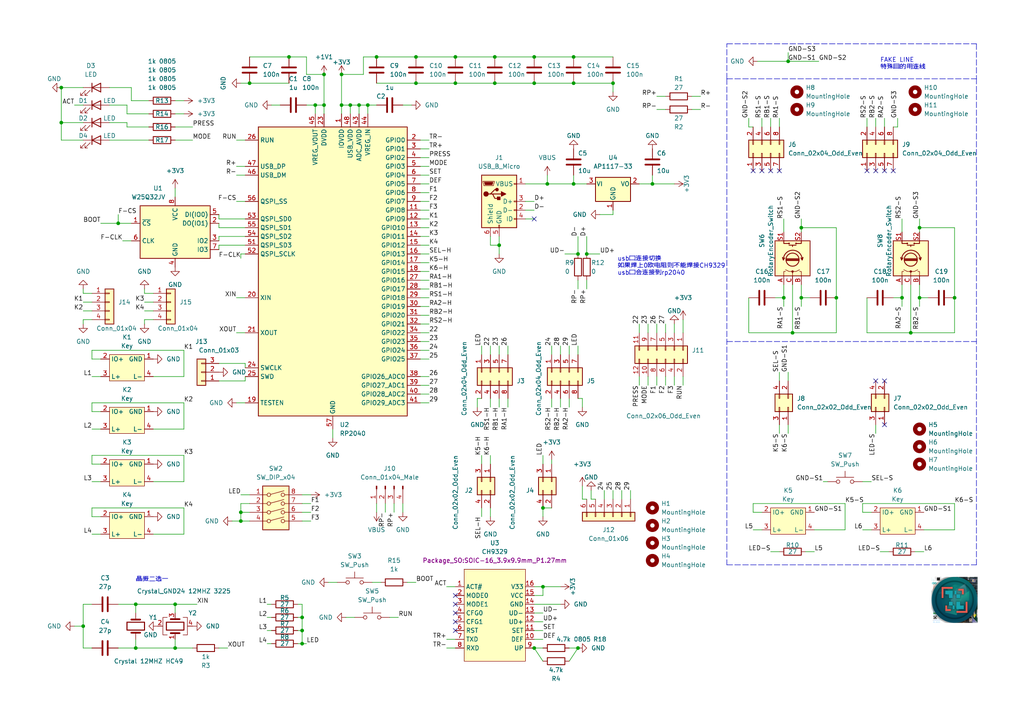
<source format=kicad_sch>
(kicad_sch (version 20211123) (generator eeschema)
  (paper "A4")
  (title_block (title "RKD-main") (date "2023-01-13") (rev "35") (company "PCX-LK") (comment 1 "https://github.com/PCX-LK/RKD"))
  (junction (at 266.7 66.04))
  (junction (at 167.64 187.96))
  (junction (at 261.62 86.36))
  (junction (at 154.94 16.51))
  (junction (at 99.06 30.48))
  (junction (at 166.37 16.51))
  (junction (at 242.57 86.36))
  (junction (at 109.22 16.51))
  (junction (at 276.86 86.36))
  (junction (at 166.37 24.13))
  (junction (at 157.48 170.18))
  (junction (at 228.6 17.78))
  (junction (at 83.82 16.51))
  (junction (at 91.44 30.48))
  (junction (at 120.65 16.51))
  (junction (at 229.87 96.52))
  (junction (at 24.13 181.61))
  (junction (at 189.23 53.34))
  (junction (at 93.98 30.48))
  (junction (at 170.18 73.66))
  (junction (at 177.8 24.13))
  (junction (at 39.37 175.26))
  (junction (at 93.98 21.59))
  (junction (at 69.85 151.13))
  (junction (at 104.14 30.48))
  (junction (at 17.78 25.4))
  (junction (at 143.51 16.51))
  (junction (at 69.85 148.59))
  (junction (at 143.51 24.13))
  (junction (at 167.64 73.66))
  (junction (at 166.37 53.34))
  (junction (at 132.08 16.51))
  (junction (at 158.75 53.34))
  (junction (at 87.63 186.69))
  (junction (at 72.39 24.13))
  (junction (at 87.63 179.07))
  (junction (at 99.06 21.59))
  (junction (at 264.16 96.52))
  (junction (at 227.33 86.36))
  (junction (at 87.63 182.88))
  (junction (at 154.94 187.96))
  (junction (at 106.68 30.48))
  (junction (at 232.41 66.04))
  (junction (at 132.08 24.13))
  (junction (at 34.29 64.77))
  (junction (at 17.78 35.56))
  (junction (at 157.48 147.32))
  (junction (at 232.41 86.36))
  (junction (at 50.8 175.26))
  (junction (at 101.6 30.48))
  (junction (at 154.94 24.13))
  (junction (at 120.65 24.13))
  (junction (at 144.78 71.12))
  (junction (at 50.8 187.96))
  (junction (at 39.37 187.96))
  (junction (at 266.7 86.36))
  (no_connect (at 223.52 49.53))
  (no_connect (at 256.54 49.53))
  (no_connect (at 259.08 49.53))
  (no_connect (at 254 49.53))
  (no_connect (at 218.44 49.53))
  (no_connect (at 132.08 180.34))
  (no_connect (at 132.08 172.72))
  (no_connect (at 132.08 175.26))
  (no_connect (at 132.08 177.8))
  (no_connect (at 154.94 63.5))
  (no_connect (at 254 110.49))
  (no_connect (at 256.54 123.19))
  (no_connect (at 220.98 49.53))
  (no_connect (at 226.06 49.53))
  (no_connect (at 132.08 182.88))
  (no_connect (at 251.46 49.53))
  (no_connect (at 256.54 110.49))
  (wire (pts (xy 172.72 144.78) (xy 171.45 144.78)))
  (wire (pts (xy 29.21 149.86) (xy 26.67 149.86)))
  (polyline (pts (xy 210.82 99.06) (xy 283.21 99.06)))
  (wire (pts (xy 139.7 132.08) (xy 139.7 134.62)))
  (wire (pts (xy 109.22 146.05) (xy 109.22 148.59)))
  (wire (pts (xy 77.47 186.69) (xy 78.74 186.69)))
  (polyline (pts (xy 283.21 12.7) (xy 283.21 22.86)))
  (wire (pts (xy 144.78 115.57) (xy 144.78 118.11)))
  (wire (pts (xy 276.86 86.36) (xy 276.86 96.52)))
  (wire (pts (xy 63.5 64.77) (xy 63.5 66.04)))
  (wire (pts (xy 260.35 36.83) (xy 260.35 34.29)))
  (wire (pts (xy 228.6 125.73) (xy 228.6 123.19)))
  (wire (pts (xy 121.92 60.96) (xy 124.46 60.96)))
  (wire (pts (xy 121.92 88.9) (xy 124.46 88.9)))
  (wire (pts (xy 143.51 16.51) (xy 154.94 16.51)))
  (wire (pts (xy 72.39 24.13) (xy 83.82 24.13)))
  (wire (pts (xy 87.63 143.51) (xy 90.17 143.51)))
  (wire (pts (xy 226.06 36.83) (xy 226.06 34.29)))
  (wire (pts (xy 109.22 16.51) (xy 120.65 16.51)))
  (wire (pts (xy 166.37 24.13) (xy 177.8 24.13)))
  (wire (pts (xy 26.67 85.09) (xy 24.13 85.09)))
  (wire (pts (xy 26.67 104.14) (xy 26.67 101.6)))
  (wire (pts (xy 264.16 82.55) (xy 264.16 96.52)))
  (wire (pts (xy 266.7 86.36) (xy 266.7 82.55)))
  (wire (pts (xy 88.9 21.59) (xy 93.98 21.59)))
  (wire (pts (xy 63.5 105.41) (xy 71.12 105.41)))
  (wire (pts (xy 50.8 187.96) (xy 55.88 187.96)))
  (wire (pts (xy 177.8 62.23) (xy 173.99 62.23)))
  (wire (pts (xy 144.78 68.58) (xy 144.78 71.12)))
  (wire (pts (xy 86.36 182.88) (xy 87.63 182.88)))
  (wire (pts (xy 223.52 36.83) (xy 223.52 34.29)))
  (wire (pts (xy 232.41 66.04) (xy 232.41 67.31)))
  (wire (pts (xy 36.83 33.02) (xy 43.18 33.02)))
  (wire (pts (xy 53.34 154.94) (xy 44.45 154.94)))
  (wire (pts (xy 223.52 160.02) (xy 226.06 160.02)))
  (wire (pts (xy 227.33 86.36) (xy 227.33 82.55)))
  (wire (pts (xy 63.5 71.12) (xy 71.12 71.12)))
  (wire (pts (xy 67.31 151.13) (xy 69.85 151.13)))
  (wire (pts (xy 87.63 182.88) (xy 87.63 179.07)))
  (wire (pts (xy 242.57 66.04) (xy 242.57 86.36)))
  (wire (pts (xy 36.83 30.48) (xy 36.83 33.02)))
  (wire (pts (xy 142.24 149.86) (xy 142.24 147.32)))
  (wire (pts (xy 121.92 71.12) (xy 124.46 71.12)))
  (wire (pts (xy 144.78 71.12) (xy 144.78 73.66)))
  (wire (pts (xy 166.37 16.51) (xy 177.8 16.51)))
  (wire (pts (xy 195.58 109.22) (xy 195.58 111.76)))
  (wire (pts (xy 154.94 177.8) (xy 157.48 177.8)))
  (wire (pts (xy 63.5 63.5) (xy 71.12 63.5)))
  (wire (pts (xy 68.58 86.36) (xy 71.12 86.36)))
  (wire (pts (xy 142.24 100.33) (xy 142.24 102.87)))
  (wire (pts (xy 233.68 160.02) (xy 236.22 160.02)))
  (wire (pts (xy 109.22 30.48) (xy 106.68 30.48)))
  (wire (pts (xy 99.06 21.59) (xy 105.41 21.59)))
  (wire (pts (xy 17.78 40.64) (xy 24.13 40.64)))
  (wire (pts (xy 252.73 148.59) (xy 250.19 148.59)))
  (wire (pts (xy 114.3 146.05) (xy 114.3 148.59)))
  (wire (pts (xy 53.34 101.6) (xy 53.34 109.22)))
  (wire (pts (xy 50.8 175.26) (xy 57.15 175.26)))
  (wire (pts (xy 250.19 148.59) (xy 250.19 146.05)))
  (wire (pts (xy 53.34 132.08) (xy 53.34 139.7)))
  (wire (pts (xy 189.23 50.8) (xy 189.23 53.34)))
  (wire (pts (xy 105.41 21.59) (xy 105.41 16.51)))
  (wire (pts (xy 29.21 139.7) (xy 26.67 139.7)))
  (wire (pts (xy 157.48 147.32) (xy 160.02 147.32)))
  (polyline (pts (xy 210.82 22.86) (xy 210.82 163.83)))
  (wire (pts (xy 162.56 100.33) (xy 162.56 102.87)))
  (wire (pts (xy 29.21 109.22) (xy 26.67 109.22)))
  (wire (pts (xy 120.65 16.51) (xy 132.08 16.51)))
  (wire (pts (xy 147.32 100.33) (xy 147.32 102.87)))
  (wire (pts (xy 39.37 187.96) (xy 39.37 185.42)))
  (wire (pts (xy 162.56 170.18) (xy 157.48 170.18)))
  (polyline (pts (xy 210.82 12.7) (xy 283.21 12.7)))
  (wire (pts (xy 71.12 68.58) (xy 63.5 68.58)))
  (wire (pts (xy 29.21 134.62) (xy 26.67 134.62)))
  (wire (pts (xy 158.75 50.8) (xy 158.75 53.34)))
  (wire (pts (xy 71.12 73.66) (xy 69.85 73.66)))
  (wire (pts (xy 147.32 115.57) (xy 147.32 118.11)))
  (wire (pts (xy 17.78 35.56) (xy 17.78 40.64)))
  (wire (pts (xy 266.7 66.04) (xy 276.86 66.04)))
  (wire (pts (xy 180.34 142.24) (xy 180.34 144.78)))
  (wire (pts (xy 63.5 187.96) (xy 66.04 187.96)))
  (wire (pts (xy 68.58 40.64) (xy 71.12 40.64)))
  (wire (pts (xy 86.36 175.26) (xy 87.63 175.26)))
  (wire (pts (xy 177.8 62.23) (xy 177.8 60.96)))
  (wire (pts (xy 182.88 142.24) (xy 182.88 144.78)))
  (wire (pts (xy 252.73 153.67) (xy 250.19 153.67)))
  (wire (pts (xy 198.12 92.71) (xy 198.12 96.52)))
  (wire (pts (xy 26.67 92.71) (xy 24.13 92.71)))
  (wire (pts (xy 121.92 58.42) (xy 124.46 58.42)))
  (wire (pts (xy 162.56 115.57) (xy 162.56 118.11)))
  (wire (pts (xy 217.17 36.83) (xy 217.17 34.29)))
  (wire (pts (xy 50.8 54.61) (xy 50.8 57.15)))
  (wire (pts (xy 121.92 48.26) (xy 124.46 48.26)))
  (wire (pts (xy 259.08 36.83) (xy 260.35 36.83)))
  (wire (pts (xy 250.19 146.05) (xy 276.86 146.05)))
  (wire (pts (xy 41.91 90.17) (xy 44.45 90.17)))
  (wire (pts (xy 227.33 88.9) (xy 227.33 86.36)))
  (wire (pts (xy 152.4 60.96) (xy 154.94 60.96)))
  (wire (pts (xy 238.76 139.7) (xy 240.03 139.7)))
  (wire (pts (xy 229.87 96.52) (xy 229.87 82.55)))
  (polyline (pts (xy 210.82 163.83) (xy 283.21 163.83)))
  (wire (pts (xy 170.18 81.28) (xy 170.18 83.82)))
  (wire (pts (xy 106.68 30.48) (xy 106.68 33.02)))
  (wire (pts (xy 152.4 63.5) (xy 154.94 63.5)))
  (wire (pts (xy 229.87 96.52) (xy 217.17 96.52)))
  (wire (pts (xy 41.91 92.71) (xy 41.91 93.98)))
  (wire (pts (xy 50.8 33.02) (xy 53.34 33.02)))
  (wire (pts (xy 83.82 16.51) (xy 88.9 16.51)))
  (wire (pts (xy 24.13 85.09) (xy 24.13 83.82)))
  (wire (pts (xy 111.76 146.05) (xy 111.76 148.59)))
  (wire (pts (xy 87.63 148.59) (xy 90.17 148.59)))
  (wire (pts (xy 63.5 66.04) (xy 71.12 66.04)))
  (wire (pts (xy 142.24 132.08) (xy 142.24 134.62)))
  (wire (pts (xy 44.45 92.71) (xy 41.91 92.71)))
  (wire (pts (xy 99.06 21.59) (xy 99.06 30.48)))
  (wire (pts (xy 69.85 146.05) (xy 69.85 148.59)))
  (wire (pts (xy 245.11 146.05) (xy 245.11 153.67)))
  (wire (pts (xy 88.9 16.51) (xy 88.9 21.59)))
  (wire (pts (xy 87.63 175.26) (xy 87.63 179.07)))
  (wire (pts (xy 171.45 144.78) (xy 171.45 142.24)))
  (wire (pts (xy 26.67 119.38) (xy 26.67 116.84)))
  (wire (pts (xy 36.83 35.56) (xy 36.83 36.83)))
  (wire (pts (xy 104.14 30.48) (xy 106.68 30.48)))
  (wire (pts (xy 245.11 153.67) (xy 236.22 153.67)))
  (wire (pts (xy 69.85 151.13) (xy 72.39 151.13)))
  (wire (pts (xy 259.08 86.36) (xy 261.62 86.36)))
  (wire (pts (xy 24.13 30.48) (xy 21.59 30.48)))
  (wire (pts (xy 116.84 146.05) (xy 116.84 148.59)))
  (wire (pts (xy 121.92 116.84) (xy 124.46 116.84)))
  (wire (pts (xy 107.95 168.91) (xy 110.49 168.91)))
  (wire (pts (xy 121.92 55.88) (xy 124.46 55.88)))
  (wire (pts (xy 39.37 187.96) (xy 50.8 187.96)))
  (wire (pts (xy 87.63 186.69) (xy 88.9 186.69)))
  (wire (pts (xy 53.34 29.21) (xy 50.8 29.21)))
  (wire (pts (xy 121.92 45.72) (xy 124.46 45.72)))
  (wire (pts (xy 121.92 111.76) (xy 124.46 111.76)))
  (wire (pts (xy 63.5 63.5) (xy 63.5 62.23)))
  (wire (pts (xy 158.75 53.34) (xy 166.37 53.34)))
  (wire (pts (xy 154.94 175.26) (xy 162.56 175.26)))
  (wire (pts (xy 121.92 81.28) (xy 124.46 81.28)))
  (wire (pts (xy 168.91 140.97) (xy 168.91 144.78)))
  (wire (pts (xy 78.74 30.48) (xy 81.28 30.48)))
  (wire (pts (xy 69.85 73.66) (xy 69.85 74.93)))
  (wire (pts (xy 41.91 87.63) (xy 44.45 87.63)))
  (wire (pts (xy 17.78 35.56) (xy 24.13 35.56)))
  (wire (pts (xy 170.18 73.66) (xy 173.99 73.66)))
  (wire (pts (xy 53.34 139.7) (xy 44.45 139.7)))
  (wire (pts (xy 69.85 24.13) (xy 72.39 24.13)))
  (wire (pts (xy 93.98 21.59) (xy 93.98 30.48)))
  (wire (pts (xy 198.12 109.22) (xy 198.12 111.76)))
  (wire (pts (xy 26.67 101.6) (xy 53.34 101.6)))
  (wire (pts (xy 86.36 179.07) (xy 87.63 179.07)))
  (wire (pts (xy 129.54 170.18) (xy 132.08 170.18)))
  (wire (pts (xy 261.62 88.9) (xy 261.62 86.36)))
  (wire (pts (xy 232.41 66.04) (xy 242.57 66.04)))
  (wire (pts (xy 154.94 170.18) (xy 157.48 170.18)))
  (wire (pts (xy 190.5 109.22) (xy 190.5 111.76)))
  (polyline (pts (xy 283.21 163.83) (xy 283.21 22.86)))
  (wire (pts (xy 121.92 91.44) (xy 124.46 91.44)))
  (wire (pts (xy 254 125.73) (xy 254 123.19)))
  (wire (pts (xy 157.48 149.86) (xy 157.48 147.32)))
  (wire (pts (xy 50.8 40.64) (xy 55.88 40.64)))
  (wire (pts (xy 232.41 86.36) (xy 234.95 86.36)))
  (wire (pts (xy 29.21 64.77) (xy 34.29 64.77)))
  (wire (pts (xy 29.21 154.94) (xy 26.67 154.94)))
  (wire (pts (xy 129.54 185.42) (xy 132.08 185.42)))
  (wire (pts (xy 50.8 175.26) (xy 50.8 177.8)))
  (wire (pts (xy 71.12 109.22) (xy 71.12 110.49)))
  (wire (pts (xy 105.41 16.51) (xy 109.22 16.51)))
  (wire (pts (xy 276.86 96.52) (xy 264.16 96.52)))
  (wire (pts (xy 218.44 148.59) (xy 218.44 146.05)))
  (wire (pts (xy 200.66 27.94) (xy 203.2 27.94)))
  (wire (pts (xy 71.12 105.41) (xy 71.12 106.68)))
  (wire (pts (xy 96.52 124.46) (xy 96.52 127)))
  (wire (pts (xy 24.13 90.17) (xy 26.67 90.17)))
  (wire (pts (xy 132.08 24.13) (xy 143.51 24.13)))
  (wire (pts (xy 143.51 24.13) (xy 154.94 24.13)))
  (wire (pts (xy 251.46 86.36) (xy 251.46 96.52)))
  (wire (pts (xy 104.14 30.48) (xy 104.14 33.02)))
  (wire (pts (xy 157.48 182.88) (xy 154.94 182.88)))
  (wire (pts (xy 185.42 93.98) (xy 185.42 96.52)))
  (wire (pts (xy 189.23 53.34) (xy 185.42 53.34)))
  (wire (pts (xy 129.54 187.96) (xy 132.08 187.96)))
  (wire (pts (xy 160.02 115.57) (xy 160.02 118.11)))
  (wire (pts (xy 101.6 30.48) (xy 104.14 30.48)))
  (wire (pts (xy 224.79 86.36) (xy 227.33 86.36)))
  (wire (pts (xy 53.34 124.46) (xy 44.45 124.46)))
  (wire (pts (xy 165.1 115.57) (xy 165.1 118.11)))
  (wire (pts (xy 109.22 24.13) (xy 120.65 24.13)))
  (wire (pts (xy 220.98 153.67) (xy 218.44 153.67)))
  (wire (pts (xy 31.75 30.48) (xy 36.83 30.48)))
  (wire (pts (xy 121.92 63.5) (xy 124.46 63.5)))
  (wire (pts (xy 154.94 187.96) (xy 157.48 191.77)))
  (wire (pts (xy 121.92 78.74) (xy 124.46 78.74)))
  (wire (pts (xy 121.92 99.06) (xy 124.46 99.06)))
  (wire (pts (xy 232.41 86.36) (xy 232.41 82.55)))
  (wire (pts (xy 39.37 175.26) (xy 50.8 175.26)))
  (wire (pts (xy 157.48 132.08) (xy 157.48 134.62)))
  (wire (pts (xy 193.04 109.22) (xy 193.04 111.76)))
  (wire (pts (xy 63.5 72.39) (xy 63.5 71.12)))
  (wire (pts (xy 251.46 36.83) (xy 251.46 34.29)))
  (wire (pts (xy 88.9 30.48) (xy 91.44 30.48)))
  (wire (pts (xy 165.1 191.77) (xy 167.64 187.96)))
  (wire (pts (xy 17.78 25.4) (xy 17.78 35.56)))
  (wire (pts (xy 87.63 146.05) (xy 90.17 146.05)))
  (wire (pts (xy 38.1 29.21) (xy 38.1 25.4)))
  (wire (pts (xy 177.8 142.24) (xy 177.8 144.78)))
  (wire (pts (xy 218.44 36.83) (xy 217.17 36.83)))
  (wire (pts (xy 99.06 30.48) (xy 101.6 30.48)))
  (wire (pts (xy 200.66 31.75) (xy 203.2 31.75)))
  (wire (pts (xy 160.02 133.35) (xy 160.02 134.62)))
  (wire (pts (xy 121.92 83.82) (xy 124.46 83.82)))
  (wire (pts (xy 68.58 50.8) (xy 71.12 50.8)))
  (wire (pts (xy 250.19 139.7) (xy 252.73 139.7)))
  (wire (pts (xy 276.86 146.05) (xy 276.86 153.67)))
  (wire (pts (xy 154.94 187.96) (xy 157.48 187.96)))
  (wire (pts (xy 154.94 16.51) (xy 166.37 16.51)))
  (wire (pts (xy 177.8 24.13) (xy 177.8 26.67)))
  (wire (pts (xy 266.7 63.5) (xy 266.7 66.04)))
  (wire (pts (xy 69.85 148.59) (xy 72.39 148.59)))
  (wire (pts (xy 217.17 96.52) (xy 217.17 86.36)))
  (wire (pts (xy 154.94 185.42) (xy 157.48 185.42)))
  (wire (pts (xy 139.7 100.33) (xy 139.7 102.87)))
  (wire (pts (xy 228.6 15.24) (xy 228.6 17.78)))
  (wire (pts (xy 24.13 175.26) (xy 24.13 181.61)))
  (wire (pts (xy 26.67 149.86) (xy 26.67 147.32)))
  (wire (pts (xy 265.43 160.02) (xy 267.97 160.02)))
  (wire (pts (xy 163.83 73.66) (xy 167.64 73.66)))
  (wire (pts (xy 121.92 68.58) (xy 124.46 68.58)))
  (wire (pts (xy 228.6 17.78) (xy 237.49 17.78)))
  (wire (pts (xy 187.96 93.98) (xy 187.96 96.52)))
  (wire (pts (xy 220.98 148.59) (xy 218.44 148.59)))
  (wire (pts (xy 228.6 107.95) (xy 228.6 110.49)))
  (wire (pts (xy 154.94 172.72) (xy 157.48 172.72)))
  (wire (pts (xy 26.67 175.26) (xy 24.13 175.26)))
  (wire (pts (xy 69.85 148.59) (xy 69.85 151.13)))
  (wire (pts (xy 121.92 101.6) (xy 124.46 101.6)))
  (wire (pts (xy 165.1 100.33) (xy 165.1 102.87)))
  (wire (pts (xy 113.03 179.07) (xy 115.57 179.07)))
  (wire (pts (xy 121.92 73.66) (xy 124.46 73.66)))
  (wire (pts (xy 31.75 35.56) (xy 36.83 35.56)))
  (wire (pts (xy 254 36.83) (xy 254 34.29)))
  (wire (pts (xy 17.78 25.4) (xy 24.13 25.4)))
  (wire (pts (xy 39.37 175.26) (xy 39.37 177.8)))
  (polyline (pts (xy 210.82 22.86) (xy 283.21 22.86)))
  (wire (pts (xy 168.91 115.57) (xy 168.91 118.11)))
  (wire (pts (xy 132.08 16.51) (xy 143.51 16.51)))
  (wire (pts (xy 72.39 16.51) (xy 83.82 16.51)))
  (wire (pts (xy 170.18 68.58) (xy 170.18 73.66)))
  (wire (pts (xy 77.47 179.07) (xy 78.74 179.07)))
  (wire (pts (xy 34.29 64.77) (xy 38.1 64.77)))
  (wire (pts (xy 68.58 96.52) (xy 71.12 96.52)))
  (wire (pts (xy 167.64 68.58) (xy 167.64 73.66)))
  (wire (pts (xy 218.44 146.05) (xy 245.11 146.05)))
  (wire (pts (xy 220.98 36.83) (xy 220.98 34.29)))
  (wire (pts (xy 91.44 30.48) (xy 91.44 33.02)))
  (wire (pts (xy 99.06 33.02) (xy 99.06 30.48)))
  (wire (pts (xy 142.24 115.57) (xy 142.24 118.11)))
  (wire (pts (xy 36.83 36.83) (xy 43.18 36.83)))
  (wire (pts (xy 41.91 83.82) (xy 41.91 85.09)))
  (wire (pts (xy 87.63 186.69) (xy 87.63 182.88)))
  (wire (pts (xy 255.27 160.02) (xy 257.81 160.02)))
  (wire (pts (xy 219.71 17.78) (xy 228.6 17.78)))
  (wire (pts (xy 167.64 81.28) (xy 167.64 83.82)))
  (wire (pts (xy 26.67 147.32) (xy 53.34 147.32)))
  (wire (pts (xy 95.25 168.91) (xy 97.79 168.91)))
  (wire (pts (xy 53.34 116.84) (xy 53.34 124.46)))
  (wire (pts (xy 121.92 43.18) (xy 124.46 43.18)))
  (wire (pts (xy 69.85 146.05) (xy 72.39 146.05)))
  (wire (pts (xy 21.59 181.61) (xy 24.13 181.61)))
  (wire (pts (xy 167.64 115.57) (xy 168.91 115.57)))
  (wire (pts (xy 77.47 175.26) (xy 78.74 175.26)))
  (wire (pts (xy 261.62 86.36) (xy 261.62 82.55)))
  (wire (pts (xy 63.5 110.49) (xy 71.12 110.49)))
  (wire (pts (xy 227.33 67.31) (xy 227.33 63.5)))
  (wire (pts (xy 139.7 115.57) (xy 138.43 115.57)))
  (wire (pts (xy 86.36 186.69) (xy 87.63 186.69)))
  (wire (pts (xy 121.92 93.98) (xy 124.46 93.98)))
  (wire (pts (xy 121.92 76.2) (xy 124.46 76.2)))
  (wire (pts (xy 34.29 62.23) (xy 34.29 64.77)))
  (wire (pts (xy 142.24 71.12) (xy 144.78 71.12)))
  (wire (pts (xy 261.62 67.31) (xy 261.62 63.5)))
  (wire (pts (xy 120.65 24.13) (xy 132.08 24.13)))
  (wire (pts (xy 34.29 187.96) (xy 39.37 187.96)))
  (wire (pts (xy 242.57 96.52) (xy 229.87 96.52)))
  (wire (pts (xy 35.56 69.85) (xy 38.1 69.85)))
  (wire (pts (xy 121.92 40.64) (xy 124.46 40.64)))
  (wire (pts (xy 77.47 182.88) (xy 78.74 182.88)))
  (wire (pts (xy 53.34 147.32) (xy 53.34 154.94)))
  (wire (pts (xy 266.7 88.9) (xy 266.7 86.36)))
  (wire (pts (xy 139.7 149.86) (xy 139.7 147.32)))
  (wire (pts (xy 142.24 68.58) (xy 142.24 71.12)))
  (wire (pts (xy 187.96 109.22) (xy 187.96 111.76)))
  (wire (pts (xy 154.94 24.13) (xy 166.37 24.13)))
  (wire (pts (xy 154.94 180.34) (xy 157.48 180.34)))
  (wire (pts (xy 226.06 107.95) (xy 226.06 110.49)))
  (wire (pts (xy 242.57 86.36) (xy 242.57 96.52)))
  (wire (pts (xy 266.7 86.36) (xy 269.24 86.36)))
  (wire (pts (xy 226.06 125.73) (xy 226.06 123.19)))
  (wire (pts (xy 121.92 50.8) (xy 124.46 50.8)))
  (wire (pts (xy 43.18 29.21) (xy 38.1 29.21)))
  (wire (pts (xy 29.21 119.38) (xy 26.67 119.38)))
  (wire (pts (xy 232.41 88.9) (xy 232.41 86.36)))
  (wire (pts (xy 69.85 143.51) (xy 72.39 143.51)))
  (wire (pts (xy 157.48 172.72) (xy 157.48 170.18)))
  (wire (pts (xy 185.42 109.22) (xy 185.42 111.76)))
  (wire (pts (xy 189.23 53.34) (xy 195.58 53.34)))
  (wire (pts (xy 29.21 104.14) (xy 26.67 104.14)))
  (wire (pts (xy 50.8 36.83) (xy 55.88 36.83)))
  (wire (pts (xy 190.5 31.75) (xy 193.04 31.75)))
  (wire (pts (xy 121.92 109.22) (xy 124.46 109.22)))
  (wire (pts (xy 24.13 87.63) (xy 26.67 87.63)))
  (wire (pts (xy 63.5 68.58) (xy 63.5 69.85)))
  (wire (pts (xy 168.91 144.78) (xy 170.18 144.78)))
  (wire (pts (xy 144.78 100.33) (xy 144.78 102.87)))
  (wire (pts (xy 118.11 168.91) (xy 120.65 168.91)))
  (wire (pts (xy 256.54 36.83) (xy 256.54 34.29)))
  (wire (pts (xy 24.13 181.61) (xy 24.13 187.96)))
  (wire (pts (xy 31.75 25.4) (xy 38.1 25.4)))
  (wire (pts (xy 24.13 92.71) (xy 24.13 93.98)))
  (wire (pts (xy 166.37 50.8) (xy 166.37 53.34)))
  (wire (pts (xy 193.04 93.98) (xy 193.04 96.52)))
  (polyline (pts (xy 210.82 22.86) (xy 210.82 12.7)))
  (wire (pts (xy 190.5 27.94) (xy 193.04 27.94)))
  (wire (pts (xy 190.5 93.98) (xy 190.5 96.52)))
  (wire (pts (xy 165.1 187.96) (xy 167.64 187.96)))
  (wire (pts (xy 121.92 114.3) (xy 124.46 114.3)))
  (wire (pts (xy 195.58 93.98) (xy 195.58 96.52)))
  (wire (pts (xy 166.37 53.34) (xy 170.18 53.34)))
  (wire (pts (xy 93.98 33.02) (xy 93.98 30.48)))
  (wire (pts (xy 160.02 100.33) (xy 160.02 102.87)))
  (wire (pts (xy 34.29 175.26) (xy 39.37 175.26)))
  (wire (pts (xy 276.86 153.67) (xy 267.97 153.67)))
  (wire (pts (xy 121.92 66.04) (xy 124.46 66.04)))
  (wire (pts (xy 116.84 30.48) (xy 119.38 30.48)))
  (wire (pts (xy 101.6 30.48) (xy 101.6 33.02)))
  (wire (pts (xy 68.58 48.26) (xy 71.12 48.26)))
  (wire (pts (xy 50.8 185.42) (xy 50.8 187.96)))
  (wire (pts (xy 138.43 115.57) (xy 138.43 118.11)))
  (wire (pts (xy 152.4 58.42) (xy 154.94 58.42)))
  (wire (pts (xy 68.58 116.84) (xy 71.12 116.84)))
  (wire (pts (xy 93.98 30.48) (xy 91.44 30.48)))
  (wire (pts (xy 232.41 63.5) (xy 232.41 66.04)))
  (wire (pts (xy 41.91 85.09) (xy 44.45 85.09)))
  (wire (pts (xy 121.92 96.52) (xy 124.46 96.52)))
  (wire (pts (xy 87.63 151.13) (xy 90.17 151.13)))
  (wire (pts (xy 26.67 132.08) (xy 53.34 132.08)))
  (wire (pts (xy 266.7 66.04) (xy 266.7 67.31)))
  (wire (pts (xy 26.67 134.62) (xy 26.67 132.08)))
  (wire (pts (xy 251.46 96.52) (xy 264.16 96.52)))
  (wire (pts (xy 31.75 40.64) (xy 43.18 40.64)))
  (wire (pts (xy 29.21 124.46) (xy 26.67 124.46)))
  (wire (pts (xy 167.64 100.33) (xy 167.64 102.87)))
  (wire (pts (xy 26.67 116.84) (xy 53.34 116.84)))
  (wire (pts (xy 121.92 104.14) (xy 124.46 104.14)))
  (wire (pts (xy 68.58 58.42) (xy 71.12 58.42)))
  (wire (pts (xy 152.4 53.34) (xy 158.75 53.34)))
  (wire (pts (xy 121.92 53.34) (xy 124.46 53.34)))
  (wire (pts (xy 24.13 187.96) (xy 26.67 187.96)))
  (wire (pts (xy 100.33 179.07) (xy 102.87 179.07)))
  (wire (pts (xy 121.92 86.36) (xy 124.46 86.36)))
  (wire (pts (xy 175.26 142.24) (xy 175.26 144.78)))
  (wire (pts (xy 276.86 66.04) (xy 276.86 86.36)))
  (wire (pts (xy 53.34 109.22) (xy 44.45 109.22)))
  (image (at 276.86 173.99) (scale 0.145832))
  (text "usb口连接切换\n如果焊上0欧电阻则不能焊接CH9329\nusb口会连接到rp2040" (at 179.07 80.01 0) (effects (font (size 1.27 1.27)) (justify left bottom)))
  (text "晶振二选一" (at 39.37 168.91 0) (effects (font (size 1.27 1.27)) (justify left bottom)))
  (text "FAKE LINE\n特殊目的用连线" (at 255.27 20.32 0) (effects (font (size 1.27 1.27)) (justify left bottom)))
  (label "RUN" (at 68.58 40.64 180))
  (label "22" (at 142.24 100.33 90))
  (label "L3" (at 77.47 182.88 180))
  (label "R-" (at 203.2 31.75 0))
  (label "24" (at 175.26 142.24 90))
  (label "BOOT" (at 29.21 64.77 180))
  (label "RB2-H" (at 162.56 118.11 270))
  (label "29" (at 165.1 100.33 90))
  (label "UD+" (at 173.99 73.66 0))
  (label "PRESS" (at 55.88 36.83 0))
  (label "RS2-H" (at 160.02 118.11 270))
  (label "K4" (at 41.91 90.17 180))
  (label "F1" (at 124.46 55.88 0))
  (label "RP+" (at 190.5 27.94 180))
  (label "22" (at 185.42 93.98 90))
  (label "25" (at 124.46 104.14 0))
  (label "K6-S" (at 228.6 125.73 270))
  (label "L6" (at 267.97 160.02 0))
  (label "R-" (at 68.58 50.8 180))
  (label "RA2-H" (at 124.46 88.9 0))
  (label "L5" (at 218.44 153.67 180))
  (label "GND-S1" (at 238.76 139.7 180))
  (label "GND-S1" (at 228.6 107.95 90))
  (label "K6-H" (at 142.24 132.08 90))
  (label "RA1-H" (at 124.46 81.28 0))
  (label "F1" (at 90.17 146.05 0))
  (label "K2" (at 124.46 66.04 0))
  (label "GND-S1" (at 267.97 148.59 0))
  (label "RA2-S" (at 256.54 34.29 90))
  (label "27" (at 193.04 93.98 90))
  (label "L2" (at 77.47 179.07 180))
  (label "PRESS" (at 124.46 45.72 0))
  (label "RP-" (at 111.76 148.59 270))
  (label "RS2-S" (at 251.46 34.29 90))
  (label "RB1-S" (at 223.52 34.29 90))
  (label "28" (at 162.56 100.33 90))
  (label "RP+" (at 170.18 83.82 270))
  (label "UD-" (at 163.83 73.66 180))
  (label "LED-S" (at 254 125.73 270))
  (label "LED" (at 88.9 186.69 0))
  (label "RP+" (at 114.3 148.59 270))
  (label "24" (at 160.02 100.33 90))
  (label "TR+" (at 124.46 43.18 0))
  (label "22" (at 124.46 96.52 0))
  (label "RB2-S" (at 254 34.29 90))
  (label "SEL-S" (at 252.73 139.7 0))
  (label "RB2-S" (at 266.7 88.9 270))
  (label "RB1-H" (at 124.46 83.82 0))
  (label "F-CS" (at 68.58 58.42 180))
  (label "RS1-S" (at 220.98 34.29 90))
  (label "RA1-H" (at 147.32 118.11 270))
  (label "BOOT" (at 120.65 168.91 0))
  (label "28" (at 124.46 114.3 0))
  (label "L5" (at 236.22 160.02 0))
  (label "LED" (at 139.7 100.33 90))
  (label "RB1-S" (at 232.41 88.9 270))
  (label "K4" (at 53.34 147.32 0))
  (label "UD+" (at 157.48 180.34 0))
  (label "RS1-S" (at 227.33 63.5 90))
  (label "R+" (at 203.2 27.94 0))
  (label "XOUT" (at 68.58 96.52 180))
  (label "K3" (at 53.34 132.08 0))
  (label "26" (at 124.46 109.22 0))
  (label "F3" (at 124.46 60.96 0))
  (label "L6" (at 250.19 153.67 180))
  (label "K5-H" (at 139.7 132.08 90))
  (label "RB1-H" (at 144.78 118.11 270))
  (label "K3" (at 41.91 87.63 180))
  (label "24" (at 124.46 101.6 0))
  (label "PRESS" (at 185.42 111.76 270))
  (label "RS1-H" (at 142.24 118.11 270))
  (label "SEL-H" (at 139.7 149.86 270))
  (label "K5-S" (at 245.11 146.05 0))
  (label "L3" (at 26.67 139.7 180))
  (label "28" (at 180.34 142.24 90))
  (label "L4" (at 26.67 154.94 180))
  (label "27" (at 124.46 111.76 0))
  (label "F-CLK" (at 69.85 74.93 180))
  (label "29" (at 182.88 142.24 90))
  (label "23" (at 144.78 100.33 90))
  (label "XIN" (at 57.15 175.26 0))
  (label "K2" (at 53.34 116.84 0))
  (label "25" (at 177.8 142.24 90))
  (label "D+" (at 154.94 58.42 0))
  (label "GND-S1" (at 236.22 148.59 0))
  (label "DEF" (at 124.46 53.34 0))
  (label "K4" (at 124.46 71.12 0))
  (label "R+" (at 68.58 48.26 180))
  (label "F1" (at 190.5 111.76 270))
  (label "RS1-H" (at 124.46 86.36 0))
  (label "MODE" (at 187.96 111.76 270))
  (label "LED" (at 167.64 100.33 90))
  (label "SET" (at 157.48 182.88 0))
  (label "LED-S" (at 255.27 160.02 180))
  (label "UD-" (at 157.48 177.8 0))
  (label "K1" (at 124.46 63.5 0))
  (label "F-CLK" (at 35.56 69.85 180))
  (label "26" (at 147.32 100.33 90))
  (label "SEL-H" (at 124.46 73.66 0))
  (label "DEF" (at 157.48 185.42 0))
  (label "TR-" (at 129.54 187.96 180))
  (label "23" (at 187.96 93.98 90))
  (label "XOUT" (at 66.04 187.96 0))
  (label "F-CS" (at 34.29 62.23 0))
  (label "MODE" (at 124.46 48.26 0))
  (label "F2" (at 193.04 111.76 270))
  (label "K5-H" (at 124.46 76.2 0))
  (label "GND-S2" (at 217.17 34.29 90))
  (label "F3" (at 195.58 111.76 270))
  (label "SEL-S" (at 226.06 107.95 90))
  (label "F2" (at 124.46 58.42 0))
  (label "MODE" (at 55.88 40.64 0))
  (label "GND-S3" (at 260.35 34.29 90))
  (label "K3" (at 124.46 68.58 0))
  (label "K2" (at 24.13 90.17 180))
  (label "ACT" (at 129.54 170.18 180))
  (label "RS2-H" (at 124.46 93.98 0))
  (label "D-" (at 154.94 60.96 0))
  (label "TR-" (at 124.46 40.64 0))
  (label "RP-" (at 190.5 31.75 180))
  (label "GND-S3" (at 228.6 15.24 0))
  (label "29" (at 124.46 116.84 0))
  (label "SET" (at 124.46 50.8 0))
  (label "L1" (at 26.67 109.22 180))
  (label "F3" (at 90.17 151.13 0))
  (label "RP-" (at 167.64 83.82 270))
  (label "RA1-S" (at 226.06 34.29 90))
  (label "RA1-S" (at 227.33 88.9 270))
  (label "K1" (at 24.13 87.63 180))
  (label "L2" (at 26.67 124.46 180))
  (label "RA2-S" (at 261.62 88.9 270))
  (label "RB2-H" (at 124.46 91.44 0))
  (label "GND-S1" (at 228.6 17.78 0))
  (label "23" (at 124.46 99.06 0))
  (label "K6-H" (at 124.46 78.74 0))
  (label "D+" (at 170.18 68.58 90))
  (label "LED-S" (at 223.52 160.02 180))
  (label "GND-S2" (at 232.41 63.5 90))
  (label "L1" (at 77.47 175.26 180))
  (label "LED" (at 157.48 132.08 90))
  (label "D-" (at 167.64 68.58 90))
  (label "F2" (at 90.17 148.59 0))
  (label "K5-S" (at 226.06 125.73 270))
  (label "L4" (at 77.47 186.69 180))
  (label "RUN" (at 115.57 179.07 0))
  (label "XIN" (at 68.58 86.36 180))
  (label "RS2-S" (at 261.62 63.5 90))
  (label "26" (at 190.5 93.98 90))
  (label "LED" (at 69.85 143.51 180))
  (label "GND-S3" (at 266.7 63.5 90))
  (label "RA2-H" (at 165.1 118.11 270))
  (label "TR+" (at 129.54 185.42 180))
  (label "GND-S2" (at 237.49 17.78 0))
  (label "RUN" (at 198.12 111.76 270))
  (label "K6-S" (at 276.86 146.05 0))
  (label "K1" (at 53.34 101.6 0))
  (label "ACT" (at 21.59 30.48 180))
  (symbol (lib_id "Device:R") (at 196.85 31.75 270) (unit 1)
    (property "Reference" "R2" (at 196.85 36.83 90))
    (property "Value" "27" (at 196.85 34.29 90))
    (property "Footprint" "Resistor_SMD:R_0805_2012Metric" (effects hide))
  )
  (symbol (lib_id "power:+1V1") (at 93.98 21.59 0) (unit 1)
    (property "Reference" "#PWR0109" (effects hide))
    (property "Value" "+1V1" (at 93.98 16.51 0))
  )
  (symbol (lib_id "power:+3V3") (at 53.34 29.21 270) (unit 1)
    (property "Reference" "#PWR04" (effects hide))
    (property "Value" "+3V3" (at 57.15 29.2101 90) (effects (justify left)))
  )
  (symbol (lib_id "power:GND") (at 44.45 149.86 90) (mirror x) (unit 1)
    (property "Reference" "#PWR0128" (effects hide))
    (property "Value" "GND" (at 48.26 149.8599 90) (effects (justify right)))
  )
  (symbol (lib_id "power:GND") (at 167.64 187.96 90) (unit 1)
    (property "Reference" "#PWR0114" (effects hide))
    (property "Value" "GND" (at 171.45 187.9599 90) (effects (justify right)))
  )
  (symbol (lib_id "Device:R") (at 46.99 29.21 90) (unit 1)
    (property "Reference" "R13" (at 46.99 29.21 90))
    (property "Value" "1k 0805" (at 46.99 17.78 90))
    (property "Footprint" "Resistor_SMD:R_0805_2012Metric" (effects hide))
  )
  (symbol (lib_name "Key_3") (lib_id "Key:Key") (at 260.35 151.13 0) (unit 1)
    (property "Reference" "K6" (at 260.35 142.24 0))
    (property "Value" "Key" (at 260.35 144.78 0))
    (property "Footprint" "foot:Key" (effects hide))
  )
  (symbol (lib_id "Connector:USB_B_Micro") (at 144.78 58.42 0) (unit 1)
    (property "Reference" "J1" (at 144.78 45.72 0))
    (property "Value" "USB_B_Micro" (at 144.78 48.26 0))
    (property "Footprint" "foot:MICRO-USB-SMD_MICRO-4P-DIP-JB" (effects hide))
  )
  (symbol (lib_id "Device:C") (at 83.82 20.32 180) (unit 1)
    (property "Reference" "C8" (at 87.63 22.86 0) (effects (justify right)))
    (property "Value" "100n" (at 87.63 25.4 0) (effects (justify right)))
    (property "Footprint" "Capacitor_SMD:C_0805_2012Metric" (effects hide))
  )
  (symbol (lib_id "Switch:SW_Push") (at 107.95 179.07 0) (unit 1)
    (property "Reference" "SW5" (at 107.95 171.45 0))
    (property "Value" "SW_Push" (at 107.95 173.99 0))
    (property "Footprint" "Button_Switch_SMD:SW_Push_1P1T_NO_6x6mm_H9.5mm" (effects hide))
  )
  (symbol (lib_id "Mechanical:MountingHole") (at 266.7 129.54 0) (unit 1)
    (property "Reference" "H6" (at 269.24 128.2699 0) (effects (justify left)))
    (property "Value" "MountingHole" (at 269.24 130.8099 0) (effects (justify left)))
    (property "Footprint" "foot:HO" (effects hide))
  )
  (symbol (lib_id "Mechanical:MountingHole") (at 265.43 26.67 0) (unit 1)
    (property "Reference" "H10" (at 267.97 25.3999 0) (effects (justify left)))
    (property "Value" "MountingHole" (at 267.97 27.9399 0) (effects (justify left)))
    (property "Footprint" "foot:HO" (effects hide))
  )
  (symbol (lib_id "Mechanical:MountingHole") (at 266.7 124.46 0) (unit 1)
    (property "Reference" "H5" (at 269.24 123.1899 0) (effects (justify left)))
    (property "Value" "MountingHole" (at 269.24 125.7299 0) (effects (justify left)))
    (property "Footprint" "foot:HO" (effects hide))
  )
  (symbol (lib_id "Device:R") (at 114.3 168.91 90) (unit 1)
    (property "Reference" "R15" (at 114.3 162.56 90))
    (property "Value" "1k" (at 114.3 165.1 90))
    (property "Footprint" "Resistor_SMD:R_0805_2012Metric" (effects hide))
  )
  (symbol (lib_id "Mechanical:MountingHole") (at 189.23 147.32 0) (unit 1)
    (property "Reference" "H1" (at 191.77 146.0499 0) (effects (justify left)))
    (property "Value" "MountingHole" (at 191.77 148.5899 0) (effects (justify left)))
    (property "Footprint" "foot:HO" (effects hide))
  )
  (symbol (lib_id "power:GND") (at 95.25 168.91 270) (unit 1)
    (property "Reference" "#PWR0141" (effects hide))
    (property "Value" "GND" (at 91.44 168.9099 90) (effects (justify right)))
  )
  (symbol (lib_id "Connector_Generic:Conn_01x06") (at 177.8 149.86 270) (unit 1)
    (property "Reference" "J12" (at 176.53 153.67 90))
    (property "Value" "Conn_01x06" (at 176.53 156.21 90))
    (property "Footprint" "Connector_PinHeader_2.54mm:PinHeader_1x06_P2.54mm_Vertical" (effects hide))
  )
  (symbol (lib_id "power:+3V3") (at 99.06 21.59 0) (unit 1)
    (property "Reference" "#PWR0110" (effects hide))
    (property "Value" "+3V3" (at 99.06 18.034 0))
  )
  (symbol (lib_id "Mechanical:MountingHole") (at 231.14 31.75 0) (unit 1)
    (property "Reference" "H9" (at 233.68 30.4799 0) (effects (justify left)))
    (property "Value" "MountingHole" (at 233.68 33.0199 0) (effects (justify left)))
    (property "Footprint" "foot:HO" (effects hide))
  )
  (symbol (lib_id "Connector_Generic:Conn_02x04_Odd_Even") (at 254 44.45 90) (unit 1)
    (property "Reference" "J9" (at 261.62 41.9099 90) (effects (justify right)))
    (property "Value" "Conn_02x04_Odd_Even" (at 261.62 44.4499 90) (effects (justify right)))
    (property "Footprint" "Connector_PinSocket_2.54mm:PinSocket_2x04_P2.54mm_Horizontal" (effects hide))
  )
  (symbol (lib_id "Device:R") (at 261.62 160.02 90) (unit 1)
    (property "Reference" "R11" (at 261.62 158.115 90))
    (property "Value" "27" (at 261.62 160.02 90))
    (property "Footprint" "Resistor_SMD:R_0805_2012Metric" (effects hide))
  )
  (symbol (lib_name "Key_3") (lib_id "Key:Key") (at 36.83 152.4 0) (unit 1)
    (property "Reference" "K4" (at 36.83 143.51 0))
    (property "Value" "Key" (at 36.83 146.05 0))
    (property "Footprint" "foot:Key" (effects hide))
  )
  (symbol (lib_id "Device:C") (at 30.48 175.26 90) (unit 1)
    (property "Reference" "C3" (at 30.48 167.64 90))
    (property "Value" "27p" (at 30.48 170.18 90))
    (property "Footprint" "Capacitor_SMD:C_0805_2012Metric" (effects hide))
  )
  (symbol (lib_id "power:GND") (at 50.8 77.47 0) (unit 1)
    (property "Reference" "#PWR0107" (effects hide))
    (property "Value" "GND" (at 50.8 82.55 0))
  )
  (symbol (lib_id "Device:C") (at 109.22 20.32 0) (unit 1)
    (property "Reference" "C9" (at 113.03 19.0499 0) (effects (justify left)))
    (property "Value" "100n" (at 113.03 21.5899 0) (effects (justify left)))
    (property "Footprint" "Capacitor_SMD:C_0805_2012Metric" (effects hide))
  )
  (symbol (lib_id "power:GND") (at 166.37 43.18 0) (mirror x) (unit 1)
    (property "Reference" "#PWR0102" (effects hide))
    (property "Value" "GND" (at 166.37 39.37 0))
  )
  (symbol (lib_id "power:+3V3") (at 160.02 133.35 0) (mirror y) (unit 1)
    (property "Reference" "#PWR0129" (effects hide))
    (property "Value" "+3V3" (at 160.02 128.27 0))
  )
  (symbol (lib_id "Device:C") (at 255.27 86.36 270) (unit 1)
    (property "Reference" "C18" (at 255.27 78.74 90))
    (property "Value" "100n" (at 255.27 81.28 90))
    (property "Footprint" "Capacitor_SMD:C_0805_2012Metric" (effects hide))
  )
  (symbol (lib_id "power:+3V3") (at 53.34 33.02 270) (unit 1)
    (property "Reference" "#PWR0122" (effects hide))
    (property "Value" "+3V3" (at 57.15 33.0201 90) (effects (justify left)))
  )
  (symbol (lib_id "Device:LED") (at 27.94 30.48 0) (unit 1)
    (property "Reference" "D1" (at 24.13 29.21 0))
    (property "Value" "LED" (at 31.75 29.21 0))
    (property "Footprint" "foot:L1206" (effects hide))
  )
  (symbol (lib_name "Key_3") (lib_id "Key:Key") (at 36.83 137.16 0) (unit 1)
    (property "Reference" "K3" (at 36.83 128.27 0))
    (property "Value" "Key" (at 36.83 130.81 0))
    (property "Footprint" "foot:Key" (effects hide))
  )
  (symbol (lib_id "Memory_Flash:W25Q32JVSS") (at 50.8 67.31 0) (unit 1)
    (property "Reference" "U1" (at 44.45 54.61 0) (effects (justify left)))
    (property "Value" "W25Q32JV" (at 38.1 57.15 0) (effects (justify left)))
    (property "Footprint" "Package_SO:SOIC-8_5.23x5.23mm_P1.27mm" (effects hide))
    (property "Datasheet" "http://www.winbond.com/resource-files/w25q32jv%20revg%2003272018%20plus.pdf" (effects hide))
  )
  (symbol (lib_id "power:GND") (at 177.8 26.67 0) (unit 1)
    (property "Reference" "#PWR0121" (effects hide))
    (property "Value" "GND" (at 177.8 31.75 0))
  )
  (symbol (lib_id "power:GND") (at 138.43 118.11 0) (unit 1)
    (property "Reference" "#PWR0124" (effects hide))
    (property "Value" "GND" (at 138.43 123.19 0))
  )
  (symbol (lib_id "power:GND") (at 96.52 127 0) (unit 1)
    (property "Reference" "#PWR0119" (effects hide))
    (property "Value" "GND" (at 96.52 132.08 0))
  )
  (symbol (lib_id "power:GND") (at 41.91 93.98 0) (unit 1)
    (property "Reference" "#PWR08" (effects hide))
    (property "Value" "GND" (at 41.91 99.06 0))
  )
  (symbol (lib_id "Device:RotaryEncoder_Switch") (at 264.16 74.93 90) (unit 1)
    (property "Reference" "SW8" (at 255.27 69.85 0))
    (property "Value" "RotaryEncoder_Switch" (at 257.81 69.85 0))
    (property "Footprint" "Rotary_Encoder:RotaryEncoder_Alps_EC11E-Switch_Vertical_H20mm" (effects hide))
  )
  (symbol (lib_id "power:+3V3") (at 198.12 92.71 0) (unit 1)
    (property "Reference" "#PWR0125" (effects hide))
    (property "Value" "+3V3" (at 198.12 86.36 0))
  )
  (symbol (lib_id "Mechanical:MountingHole") (at 189.23 162.56 0) (unit 1)
    (property "Reference" "H4" (at 191.77 161.2899 0) (effects (justify left)))
    (property "Value" "MountingHole" (at 191.77 163.8299 0) (effects (justify left)))
    (property "Footprint" "foot:HO" (effects hide))
  )
  (symbol (lib_id "power:GND") (at 144.78 73.66 0) (unit 1)
    (property "Reference" "#PWR0104" (effects hide))
    (property "Value" "GND" (at 144.78 78.74 0))
  )
  (symbol (lib_id "Connector:Conn_01x04_Male") (at 111.76 140.97 90) (mirror x) (unit 1)
    (property "Reference" "J10" (at 113.03 135.89 90))
    (property "Value" "Conn_01x04_Male" (at 113.03 138.43 90))
    (property "Footprint" "foot:XH-7mm" (effects hide))
  )
  (symbol (lib_name "Key_3") (lib_id "Key:Key") (at 36.83 121.92 0) (unit 1)
    (property "Reference" "K2" (at 36.83 113.03 0))
    (property "Value" "Key" (at 36.83 115.57 0))
    (property "Footprint" "foot:Key" (effects hide))
  )
  (symbol (lib_id "power:GND") (at 195.58 93.98 180) (unit 1)
    (property "Reference" "#PWR0136" (effects hide))
    (property "Value" "GND" (at 195.58 90.17 0))
  )
  (symbol (lib_id "Device:C") (at 113.03 30.48 90) (unit 1)
    (property "Reference" "C2" (at 110.49 27.94 90))
    (property "Value" "1u" (at 113.03 25.4 90))
    (property "Footprint" "Capacitor_SMD:C_0805_2012Metric" (effects hide))
  )
  (symbol (lib_id "power:GND") (at 189.23 43.18 0) (mirror x) (unit 1)
    (property "Reference" "#PWR0105" (effects hide))
    (property "Value" "GND" (at 189.23 39.37 0))
  )
  (symbol (lib_id "MCU_RaspberryPi:RP2040") (at 96.52 78.74 0) (unit 1)
    (property "Reference" "U2" (at 98.5394 123.19 0) (effects (justify left)))
    (property "Value" "RP2040" (at 98.5394 125.73 0) (effects (justify left)))
    (property "Footprint" "foot:RP2040-QFN-56" (effects hide))
    (property "Datasheet" "https://datasheets.raspberrypi.com/rp2040/rp2040-datasheet.pdf" (effects hide))
  )
  (symbol (lib_id "Device:R") (at 161.29 187.96 90) (unit 1)
    (property "Reference" "R18" (at 173.99 185.42 90))
    (property "Value" "4.7k 0805" (at 166.37 185.42 90))
    (property "Footprint" "Resistor_SMD:R_0805_2012Metric" (effects hide))
  )
  (symbol (lib_id "power:GND") (at 157.48 149.86 0) (unit 1)
    (property "Reference" "#PWR0133" (effects hide))
    (property "Value" "GND" (at 157.48 154.94 0))
  )
  (symbol (lib_id "Switch:SW_Push") (at 102.87 168.91 0) (unit 1)
    (property "Reference" "SW3" (at 102.87 161.29 0))
    (property "Value" "SW_Push" (at 102.87 163.83 0))
    (property "Footprint" "Button_Switch_SMD:SW_Push_1P1T_NO_6x6mm_H9.5mm" (effects hide))
  )
  (symbol (lib_id "Device:C") (at 189.23 46.99 180) (unit 1)
    (property "Reference" "C6" (at 190.5 44.45 0) (effects (justify right)))
    (property "Value" "10u" (at 190.5 49.53 0) (effects (justify right)))
    (property "Footprint" "Capacitor_SMD:C_0805_2012Metric" (effects hide))
  )
  (symbol (lib_id "Connector_Generic:Conn_02x02_Odd_Even") (at 228.6 118.11 270) (mirror x) (unit 1)
    (property "Reference" "J8" (at 231.14 115.5699 90) (effects (justify left)))
    (property "Value" "Conn_02x02_Odd_Even" (at 231.14 118.1099 90) (effects (justify left)))
    (property "Footprint" "Connector_PinSocket_2.54mm:PinSocket_2x02_P2.54mm_Horizontal" (effects hide))
  )
  (symbol (lib_id "ch9329:CH9329") (at 143.51 177.8 0) (unit 1)
    (property "Reference" "U3" (at 143.51 157.48 0))
    (property "Value" "CH9329" (at 143.51 160.02 0))
    (property "Footprint" "Package_SO:SOIC-16_3.9x9.9mm_P1.27mm" (at 143.51 162.56 0))
  )
  (symbol (lib_id "Device:C") (at 166.37 46.99 180) (unit 1)
    (property "Reference" "C5" (at 167.64 44.45 0) (effects (justify right)))
    (property "Value" "10u" (at 167.64 49.53 0) (effects (justify right)))
    (property "Footprint" "Capacitor_SMD:C_0805_2012Metric" (effects hide))
  )
  (symbol (lib_id "power:+3V3") (at 50.8 54.61 0) (unit 1)
    (property "Reference" "#PWR01" (effects hide))
    (property "Value" "+3V3" (at 50.8 49.53 0))
  )
  (symbol (lib_id "Device:C") (at 143.51 20.32 0) (unit 1)
    (property "Reference" "C12" (at 147.32 19.0499 0) (effects (justify left)))
    (property "Value" "100n" (at 147.32 21.5899 0) (effects (justify left)))
    (property "Footprint" "Capacitor_SMD:C_0805_2012Metric" (effects hide))
  )
  (symbol (lib_id "Device:C") (at 166.37 20.32 0) (unit 1)
    (property "Reference" "C14" (at 170.18 19.0499 0) (effects (justify left)))
    (property "Value" "100n" (at 170.18 21.5899 0) (effects (justify left)))
    (property "Footprint" "Capacitor_SMD:C_0805_2012Metric" (effects hide))
  )
  (symbol (lib_id "Mechanical:MountingHole") (at 231.14 26.67 0) (unit 1)
    (property "Reference" "H8" (at 233.68 25.3999 0) (effects (justify left)))
    (property "Value" "MountingHole" (at 233.68 27.9399 0) (effects (justify left)))
    (property "Footprint" "foot:HO" (effects hide))
  )
  (symbol (lib_id "Device:C") (at 177.8 20.32 0) (unit 1)
    (property "Reference" "C15" (at 181.61 19.0499 0) (effects (justify left)))
    (property "Value" "100n" (at 181.61 21.5899 0) (effects (justify left)))
    (property "Footprint" "Capacitor_SMD:C_0805_2012Metric" (effects hide))
  )
  (symbol (lib_id "Switch:SW_DIP_x04") (at 80.01 148.59 0) (unit 1)
    (property "Reference" "SW2" (at 80.01 135.89 0))
    (property "Value" "SW_DIP_x04" (at 80.01 138.43 0))
    (property "Footprint" "Button_Switch_THT:SW_DIP_SPSTx04_Slide_9.78x12.34mm_W7.62mm_P2.54mm" (effects hide))
  )
  (symbol (lib_id "power:GND") (at 21.59 181.61 270) (unit 1)
    (property "Reference" "#PWR0120" (effects hide))
    (property "Value" "GND" (at 17.78 181.6099 90) (effects (justify right)))
  )
  (symbol (lib_id "power:GND") (at 173.99 62.23 270) (unit 1)
    (property "Reference" "#PWR0101" (effects hide))
    (property "Value" "GND" (at 170.18 62.2299 90) (effects (justify right)))
  )
  (symbol (lib_id "Connector_Generic:Conn_01x04") (at 31.75 87.63 0) (unit 1)
    (property "Reference" "J14" (at 34.29 87.6299 0) (effects (justify left)))
    (property "Value" "Conn_01x04" (at 27.94 95.25 0) (effects (justify left)))
    (property "Footprint" "Connector_PinHeader_2.54mm:PinHeader_1x04_P2.54mm_Vertical" (effects hide))
  )
  (symbol (lib_id "Device:LED") (at 27.94 35.56 0) (unit 1)
    (property "Reference" "D2" (at 24.13 34.29 0))
    (property "Value" "LED" (at 31.75 34.29 0))
    (property "Footprint" "foot:L1206" (effects hide))
  )
  (symbol (lib_id "power:GND") (at 78.74 30.48 270) (unit 1)
    (property "Reference" "#PWR0112" (effects hide))
    (property "Value" "GND" (at 74.93 30.4799 90) (effects (justify right)))
  )
  (symbol (lib_id "power:GND") (at 162.56 175.26 90) (unit 1)
    (property "Reference" "#PWR0115" (effects hide))
    (property "Value" "GND" (at 166.37 175.2599 90) (effects (justify right)))
  )
  (symbol (lib_id "power:GND") (at 171.45 142.24 180) (unit 1)
    (property "Reference" "#PWR0137" (effects hide))
    (property "Value" "GND" (at 171.45 138.43 0))
  )
  (symbol (lib_id "Device:C") (at 132.08 20.32 0) (unit 1)
    (property "Reference" "C11" (at 135.89 19.0499 0) (effects (justify left)))
    (property "Value" "100n" (at 135.89 21.5899 0) (effects (justify left)))
    (property "Footprint" "Capacitor_SMD:C_0805_2012Metric" (effects hide))
  )
  (symbol (lib_id "power:GND") (at 44.45 134.62 90) (mirror x) (unit 1)
    (property "Reference" "#PWR0127" (effects hide))
    (property "Value" "GND" (at 48.26 134.6199 90) (effects (justify right)))
  )
  (symbol (lib_name "Key_3") (lib_id "Key:Key") (at 228.6 151.13 0) (unit 1)
    (property "Reference" "K5" (at 228.6 142.24 0))
    (property "Value" "Key" (at 228.6 144.78 0))
    (property "Footprint" "foot:Key" (effects hide))
  )
  (symbol (lib_id "Device:C") (at 220.98 86.36 270) (unit 1)
    (property "Reference" "C16" (at 220.98 78.74 90))
    (property "Value" "100n" (at 220.98 81.28 90))
    (property "Footprint" "Capacitor_SMD:C_0805_2012Metric" (effects hide))
  )
  (symbol (lib_id "Connector_Generic:Conn_01x03") (at 58.42 107.95 180) (unit 1)
    (property "Reference" "J13" (at 58.42 99.06 0))
    (property "Value" "Conn_01x03" (at 63.5 101.6 0))
    (property "Footprint" "Connector_PinHeader_2.54mm:PinHeader_1x03_P2.54mm_Vertical" (effects hide))
  )
  (symbol (lib_id "Mechanical:MountingHole") (at 189.23 152.4 0) (unit 1)
    (property "Reference" "H2" (at 191.77 151.1299 0) (effects (justify left)))
    (property "Value" "MountingHole" (at 191.77 153.6699 0) (effects (justify left)))
    (property "Footprint" "foot:HO" (effects hide))
  )
  (symbol (lib_id "power:GND") (at 68.58 116.84 270) (unit 1)
    (property "Reference" "#PWR0111" (effects hide))
    (property "Value" "GND" (at 64.77 116.8399 90) (effects (justify right)))
  )
  (symbol (lib_id "Device:R") (at 82.55 182.88 90) (unit 1)
    (property "Reference" "R7" (at 82.55 180.975 90))
    (property "Value" "27" (at 82.55 182.88 90))
    (property "Footprint" "Resistor_SMD:R_0805_2012Metric" (effects hide))
  )
  (symbol (lib_id "power:VBUS") (at 158.75 50.8 0) (unit 1)
    (property "Reference" "#PWR0103" (effects hide))
    (property "Value" "VBUS" (at 158.75 45.72 0))
  )
  (symbol (lib_id "Switch:SW_Push") (at 245.11 139.7 0) (unit 1)
    (property "Reference" "SW7" (at 245.11 132.08 0))
    (property "Value" "SW_Push" (at 245.11 134.62 0))
    (property "Footprint" "Button_Switch_THT:SW_PUSH-12mm_Wuerth-430476085716" (effects hide))
  )
  (symbol (lib_id "Device:LED") (at 27.94 40.64 0) (unit 1)
    (property "Reference" "D4" (at 24.13 39.37 0))
    (property "Value" "LED" (at 31.75 39.37 0))
    (property "Footprint" "foot:L1206" (effects hide))
  )
  (symbol (lib_id "Device:C") (at 238.76 86.36 270) (unit 1)
    (property "Reference" "C17" (at 238.76 78.74 90))
    (property "Value" "100n" (at 238.76 81.28 90))
    (property "Footprint" "Capacitor_SMD:C_0805_2012Metric" (effects hide))
  )
  (symbol (lib_name "GND_1") (lib_id "power:GND") (at 219.71 17.78 270) (unit 1)
    (property "Reference" "#PWR0142" (effects hide))
    (property "Value" "GND" (at 215.9 17.7799 90) (effects (justify right)))
  )
  (symbol (lib_id "Device:R") (at 82.55 186.69 90) (unit 1)
    (property "Reference" "R8" (at 82.55 184.785 90))
    (property "Value" "27" (at 82.55 186.69 90))
    (property "Footprint" "Resistor_SMD:R_0805_2012Metric" (effects hide))
  )
  (symbol (lib_id "Device:R") (at 196.85 27.94 90) (unit 1)
    (property "Reference" "R1" (at 196.85 22.86 90))
    (property "Value" "27" (at 196.85 25.4 90))
    (property "Footprint" "Resistor_SMD:R_0805_2012Metric" (effects hide))
  )
  (symbol (lib_id "Connector_Generic:Conn_02x02_Odd_Even") (at 142.24 139.7 270) (unit 1)
    (property "Reference" "J2" (at 137.16 142.2401 90) (effects (justify right)))
    (property "Value" "Conn_02x02_Odd_Even" (at 132.08 153.67 0) (effects (justify right)))
    (property "Footprint" "Connector_PinHeader_2.54mm:PinHeader_2x02_P2.54mm_Horizontal" (effects hide))
  )
  (symbol (lib_id "Device:R") (at 46.99 40.64 90) (unit 1)
    (property "Reference" "R17" (at 46.99 40.64 90))
    (property "Value" "1k 0805" (at 46.99 25.4 90))
    (property "Footprint" "Resistor_SMD:R_0805_2012Metric" (effects hide))
  )
  (symbol (lib_id "power:GND") (at 69.85 24.13 270) (unit 1)
    (property "Reference" "#PWR0117" (effects hide))
    (property "Value" "GND" (at 64.77 24.13 0))
  )
  (symbol (lib_id "Connector_Generic:Conn_02x02_Odd_Even") (at 256.54 118.11 270) (mirror x) (unit 1)
    (property "Reference" "J7" (at 259.08 115.5699 90) (effects (justify left)))
    (property "Value" "Conn_02x02_Odd_Even" (at 259.08 118.1099 90) (effects (justify left)))
    (property "Footprint" "Connector_PinSocket_2.54mm:PinSocket_2x02_P2.54mm_Horizontal" (effects hide))
  )
  (symbol (lib_id "Device:C") (at 72.39 20.32 180) (unit 1)
    (property "Reference" "C7" (at 76.2 19.0499 0) (effects (justify right)))
    (property "Value" "100n" (at 76.2 21.5899 0) (effects (justify right)))
    (property "Footprint" "Capacitor_SMD:C_0805_2012Metric" (effects hide))
  )
  (symbol (lib_id "Device:R") (at 82.55 179.07 90) (unit 1)
    (property "Reference" "R6" (at 82.55 177.165 90))
    (property "Value" "27" (at 82.55 179.07 90))
    (property "Footprint" "Resistor_SMD:R_0805_2012Metric" (effects hide))
  )
  (symbol (lib_id "power:+3V3") (at 90.17 143.51 270) (unit 1)
    (property "Reference" "#PWR0132" (effects hide))
    (property "Value" "+3V3" (at 93.98 143.5099 90) (effects (justify left)))
  )
  (symbol (lib_id "power:GND") (at 63.5 107.95 90) (unit 1)
    (property "Reference" "#PWR03" (effects hide))
    (property "Value" "GND" (at 67.31 107.95 90) (effects (justify right)))
  )
  (symbol (lib_id "Connector_Generic:Conn_02x04_Odd_Even") (at 142.24 107.95 90) (mirror x) (unit 1)
    (property "Reference" "J3" (at 149.86 110.4901 90) (effects (justify right)))
    (property "Value" "Conn_02x04_Odd_Even" (at 134.62 120.65 0) (effects (justify right)))
    (property "Footprint" "Connector_PinHeader_2.54mm:PinHeader_2x04_P2.54mm_Horizontal" (effects hide))
  )
  (symbol (lib_id "Device:C") (at 154.94 20.32 0) (unit 1)
    (property "Reference" "C13" (at 158.75 19.0499 0) (effects (justify left)))
    (property "Value" "100n" (at 158.75 21.5899 0) (effects (justify left)))
    (property "Footprint" "Capacitor_SMD:C_0805_2012Metric" (effects hide))
  )
  (symbol (lib_id "power:GND") (at 24.13 93.98 0) (unit 1)
    (property "Reference" "#PWR06" (effects hide))
    (property "Value" "GND" (at 24.13 99.06 0))
  )
  (symbol (lib_id "power:GND") (at 55.88 181.61 90) (unit 1)
    (property "Reference" "#PWR0108" (effects hide))
    (property "Value" "GND" (at 59.69 181.6099 90) (effects (justify right)))
  )
  (symbol (lib_id "Connector_Generic:Conn_02x06_Odd_Even") (at 193.04 101.6 270) (unit 1)
    (property "Reference" "J11" (at 200.66 101.5999 90) (effects (justify left)))
    (property "Value" "Conn_02x06_Odd_Even" (at 181.61 120.65 90) (effects (justify left)))
    (property "Footprint" "Connector_PinHeader_2.54mm:PinHeader_2x06_P2.54mm_Vertical" (effects hide))
  )
  (symbol (lib_id "power:GND") (at 45.72 181.61 270) (unit 1)
    (property "Reference" "#PWR0138" (effects hide))
    (property "Value" "GND" (at 45.72 184.15 90) (effects (justify right)))
  )
  (symbol (lib_id "Device:R") (at 59.69 187.96 90) (unit 1)
    (property "Reference" "R3" (at 59.69 193.04 90))
    (property "Value" "1k" (at 59.69 190.5 90))
    (property "Footprint" "Resistor_SMD:R_0805_2012Metric" (effects hide))
  )
  (symbol (lib_id "power:GND") (at 100.33 179.07 270) (unit 1)
    (property "Reference" "#PWR0118" (effects hide))
    (property "Value" "GND" (at 96.52 179.0699 90) (effects (justify right)))
  )
  (symbol (lib_id "Device:RotaryEncoder_Switch") (at 229.87 74.93 90) (unit 1)
    (property "Reference" "SW6" (at 220.98 69.85 0))
    (property "Value" "RotaryEncoder_Switch" (at 223.52 69.85 0))
    (property "Footprint" "Rotary_Encoder:RotaryEncoder_Alps_EC11E-Switch_Vertical_H20mm" (effects hide))
  )
  (symbol (lib_id "Device:Crystal_GND24") (at 50.8 181.61 90) (unit 1)
    (property "Reference" "Y2" (at 55.88 177.8 90))
    (property "Value" "Crystal_GND24 12MHZ 3225" (at 53.34 171.45 90))
    (property "Footprint" "Crystal:Crystal_SMD_3225-4Pin_3.2x2.5mm" (effects hide))
  )
  (symbol (lib_id "power:GND") (at 67.31 151.13 270) (unit 1)
    (property "Reference" "#PWR0131" (effects hide))
    (property "Value" "GND" (at 63.5 151.1299 90) (effects (justify right)))
  )
  (symbol (lib_id "power:GND") (at 41.91 83.82 180) (unit 1)
    (property "Reference" "#PWR07" (effects hide))
    (property "Value" "GND" (at 41.91 78.74 0))
  )
  (symbol (lib_id "Connector_Generic:Conn_01x04") (at 49.53 87.63 0) (unit 1)
    (property "Reference" "J15" (at 52.07 87.6299 0) (effects (justify left)))
    (property "Value" "Conn_01x04" (at 45.72 95.25 0) (effects (justify left)))
    (property "Footprint" "Connector_PinHeader_2.54mm:PinHeader_1x04_P2.54mm_Vertical" (effects hide))
  )
  (symbol (lib_id "Device:R") (at 161.29 191.77 90) (unit 1)
    (property "Reference" "R4" (at 161.29 196.85 90))
    (property "Value" "4.7k" (at 161.29 194.31 90))
    (property "Footprint" "Resistor_THT:R_Axial_DIN0204_L3.6mm_D1.6mm_P7.62mm_Horizontal" (effects hide))
  )
  (symbol (lib_id "Device:R") (at 170.18 77.47 0) (unit 1)
    (property "Reference" "R12" (at 171.45 76.2 0) (effects (justify left)))
    (property "Value" "0" (at 171.45 78.74 0) (effects (justify left)))
    (property "Footprint" "Resistor_SMD:R_0805_2012Metric" (effects hide))
  )
  (symbol (lib_id "Regulator_Linear:AP1117-33") (at 177.8 53.34 0) (unit 1)
    (property "Reference" "U4" (at 177.8 45.72 0))
    (property "Value" "AP1117-33" (at 177.8 48.26 0))
    (property "Footprint" "Package_TO_SOT_SMD:SOT-223-3_TabPin2" (effects hide))
    (property "Datasheet" "http://www.diodes.com/datasheets/AP1117.pdf" (effects hide))
  )
  (symbol (lib_name "Key_3") (lib_id "Key:Key") (at 36.83 106.68 0) (unit 1)
    (property "Reference" "K1" (at 36.83 97.79 0))
    (property "Value" "Key" (at 36.83 100.33 0))
    (property "Footprint" "foot:Key" (effects hide))
  )
  (symbol (lib_id "Device:C") (at 30.48 187.96 90) (unit 1)
    (property "Reference" "C4" (at 30.48 180.34 90))
    (property "Value" "27p" (at 30.48 182.88 90))
    (property "Footprint" "Capacitor_SMD:C_0805_2012Metric" (effects hide))
  )
  (symbol (lib_id "Connector_Generic:Conn_02x04_Odd_Even") (at 220.98 44.45 90) (unit 1)
    (property "Reference" "J6" (at 228.6 41.9099 90) (effects (justify right)))
    (property "Value" "Conn_02x04_Odd_Even" (at 228.6 44.4499 90) (effects (justify right)))
    (property "Footprint" "Connector_PinSocket_2.54mm:PinSocket_2x04_P2.54mm_Horizontal" (effects hide))
  )
  (symbol (lib_id "power:VBUS") (at 109.22 148.59 180) (unit 1)
    (property "Reference" "#PWR0139" (effects hide))
    (property "Value" "VBUS" (at 109.22 153.67 0))
  )
  (symbol (lib_id "Device:R") (at 46.99 33.02 90) (unit 1)
    (property "Reference" "R14" (at 46.99 33.02 90))
    (property "Value" "1k 0805" (at 46.99 20.32 90))
    (property "Footprint" "Resistor_SMD:R_0805_2012Metric" (effects hide))
  )
  (symbol (lib_id "power:+3V3") (at 162.56 170.18 270) (unit 1)
    (property "Reference" "#PWR0116" (effects hide))
    (property "Value" "+3V3" (at 166.116 170.18 0))
  )
  (symbol (lib_id "Mechanical:MountingHole") (at 265.43 31.75 0) (unit 1)
    (property "Reference" "H11" (at 267.97 30.4799 0) (effects (justify left)))
    (property "Value" "MountingHole" (at 267.97 33.0199 0) (effects (justify left)))
    (property "Footprint" "foot:HO" (effects hide))
  )
  (symbol (lib_id "power:GND") (at 24.13 83.82 180) (unit 1)
    (property "Reference" "#PWR05" (effects hide))
    (property "Value" "GND" (at 24.13 78.74 0))
  )
  (symbol (lib_id "Mechanical:MountingHole") (at 266.7 134.62 0) (unit 1)
    (property "Reference" "H7" (at 269.24 133.3499 0) (effects (justify left)))
    (property "Value" "MountingHole" (at 269.24 135.8899 0) (effects (justify left)))
    (property "Footprint" "foot:HO" (effects hide))
  )
  (symbol (lib_id "power:GND") (at 119.38 30.48 90) (unit 1)
    (property "Reference" "#PWR0113" (effects hide))
    (property "Value" "GND" (at 123.19 30.4799 90) (effects (justify right)))
  )
  (symbol (lib_id "Device:R") (at 229.87 160.02 90) (unit 1)
    (property "Reference" "R10" (at 229.87 158.115 90))
    (property "Value" "27" (at 229.87 160.02 90))
    (property "Footprint" "Resistor_SMD:R_0805_2012Metric" (effects hide))
  )
  (symbol (lib_id "Device:R") (at 82.55 175.26 90) (unit 1)
    (property "Reference" "R5" (at 82.55 173.355 90))
    (property "Value" "27" (at 82.55 175.26 90))
    (property "Footprint" "Resistor_SMD:R_0805_2012Metric" (effects hide))
  )
  (symbol (lib_id "power:GND") (at 142.24 149.86 0) (unit 1)
    (property "Reference" "#PWR0134" (effects hide))
    (property "Value" "GND" (at 142.24 154.94 0))
  )
  (symbol (lib_id "Mechanical:MountingHole") (at 189.23 157.48 0) (unit 1)
    (property "Reference" "H3" (at 191.77 156.2099 0) (effects (justify left)))
    (property "Value" "MountingHole" (at 191.77 158.7499 0) (effects (justify left)))
    (property "Footprint" "foot:HO" (effects hide))
  )
  (symbol (lib_id "power:GND") (at 44.45 119.38 90) (mirror x) (unit 1)
    (property "Reference" "#PWR0126" (effects hide))
    (property "Value" "GND" (at 48.26 119.3799 90) (effects (justify right)))
  )
  (symbol (lib_id "Device:R") (at 46.99 36.83 90) (unit 1)
    (property "Reference" "R16" (at 46.99 36.83 90))
    (property "Value" "1k 0805" (at 46.99 22.86 90))
    (property "Footprint" "Resistor_SMD:R_0805_2012Metric" (effects hide))
  )
  (symbol (lib_id "power:GND") (at 116.84 148.59 0) (unit 1)
    (property "Reference" "#PWR0140" (effects hide))
    (property "Value" "GND" (at 116.84 153.67 0))
  )
  (symbol (lib_id "power:GND") (at 17.78 25.4 270) (unit 1)
    (property "Reference" "#PWR02" (effects hide))
    (property "Value" "GND" (at 17.78 22.86 90) (effects (justify right)))
  )
  (symbol (lib_id "power:GND") (at 168.91 118.11 0) (unit 1)
    (property "Reference" "#PWR0135" (effects hide))
    (property "Value" "GND" (at 168.91 123.19 0))
  )
  (symbol (lib_id "Connector_Generic:Conn_02x04_Odd_Even") (at 162.56 107.95 90) (mirror x) (unit 1)
    (property "Reference" "J5" (at 170.18 110.4901 90) (effects (justify right)))
    (property "Value" "Conn_02x04_Odd_Even" (at 156.21 120.65 0) (effects (justify right)))
    (property "Footprint" "Connector_PinHeader_2.54mm:PinHeader_2x04_P2.54mm_Horizontal" (effects hide))
  )
  (symbol (lib_id "Device:C") (at 120.65 20.32 0) (unit 1)
    (property "Reference" "C10" (at 124.46 19.0499 0) (effects (justify left)))
    (property "Value" "100n" (at 124.46 21.5899 0) (effects (justify left)))
    (property "Footprint" "Capacitor_SMD:C_0805_2012Metric" (effects hide))
  )
  (symbol (lib_id "Device:C") (at 273.05 86.36 270) (unit 1)
    (property "Reference" "C19" (at 273.05 78.74 90))
    (property "Value" "100n" (at 273.05 81.28 90))
    (property "Footprint" "Capacitor_SMD:C_0805_2012Metric" (effects hide))
  )
  (symbol (lib_id "Connector_Generic:Conn_02x02_Odd_Even") (at 160.02 139.7 270) (unit 1)
    (property "Reference" "J4" (at 154.94 142.2401 90) (effects (justify right)))
    (property "Value" "Conn_02x02_Odd_Even" (at 148.59 153.67 0) (effects (justify right)))
    (property "Footprint" "Connector_PinHeader_2.54mm:PinHeader_2x02_P2.54mm_Horizontal" (effects hide))
  )
  (symbol (lib_id "Device:LED") (at 27.94 25.4 0) (unit 1)
    (property "Reference" "D3" (at 26.3525 19.05 0))
    (property "Value" "LED" (at 26.3525 21.59 0))
    (property "Footprint" "foot:L1206" (effects hide))
  )
  (symbol (lib_id "power:+3V3") (at 168.91 140.97 0) (unit 1)
    (property "Reference" "#PWR0123" (effects hide))
    (property "Value" "+3V3" (at 168.91 134.62 0))
  )
  (symbol (lib_id "Device:C") (at 85.09 30.48 90) (unit 1)
    (property "Reference" "C1" (at 85.09 22.86 90))
    (property "Value" "1u" (at 85.09 25.4 90))
    (property "Footprint" "Capacitor_SMD:C_0805_2012Metric" (effects hide))
  )
  (symbol (lib_id "power:GND") (at 44.45 104.14 90) (mirror x) (unit 1)
    (property "Reference" "#PWR0130" (effects hide))
    (property "Value" "GND" (at 48.26 104.1399 90) (effects (justify right)))
  )
  (symbol (lib_id "Device:R") (at 167.64 77.47 0) (unit 1)
    (property "Reference" "R9" (at 163.83 76.2 0) (effects (justify left)))
    (property "Value" "0" (at 163.83 78.74 0) (effects (justify left)))
    (property "Footprint" "Resistor_SMD:R_0805_2012Metric" (effects hide))
  )
  (symbol (lib_id "Device:Crystal") (at 39.37 181.61 90) (unit 1)
    (property "Reference" "Y1" (at 43.18 179.07 90) (effects (justify right)))
    (property "Value" "Crystal 12MHZ HC49" (at 33.02 191.77 90) (effects (justify right)))
    (property "Footprint" "Crystal:Crystal_SMD_HC49-SD" (effects hide))
  )
  (symbol (lib_id "power:+3V3") (at 195.58 53.34 270) (unit 1)
    (property "Reference" "#PWR0106" (effects hide))
    (property "Value" "+3V3" (at 199.136 53.34 0))
  )
)
</source>
